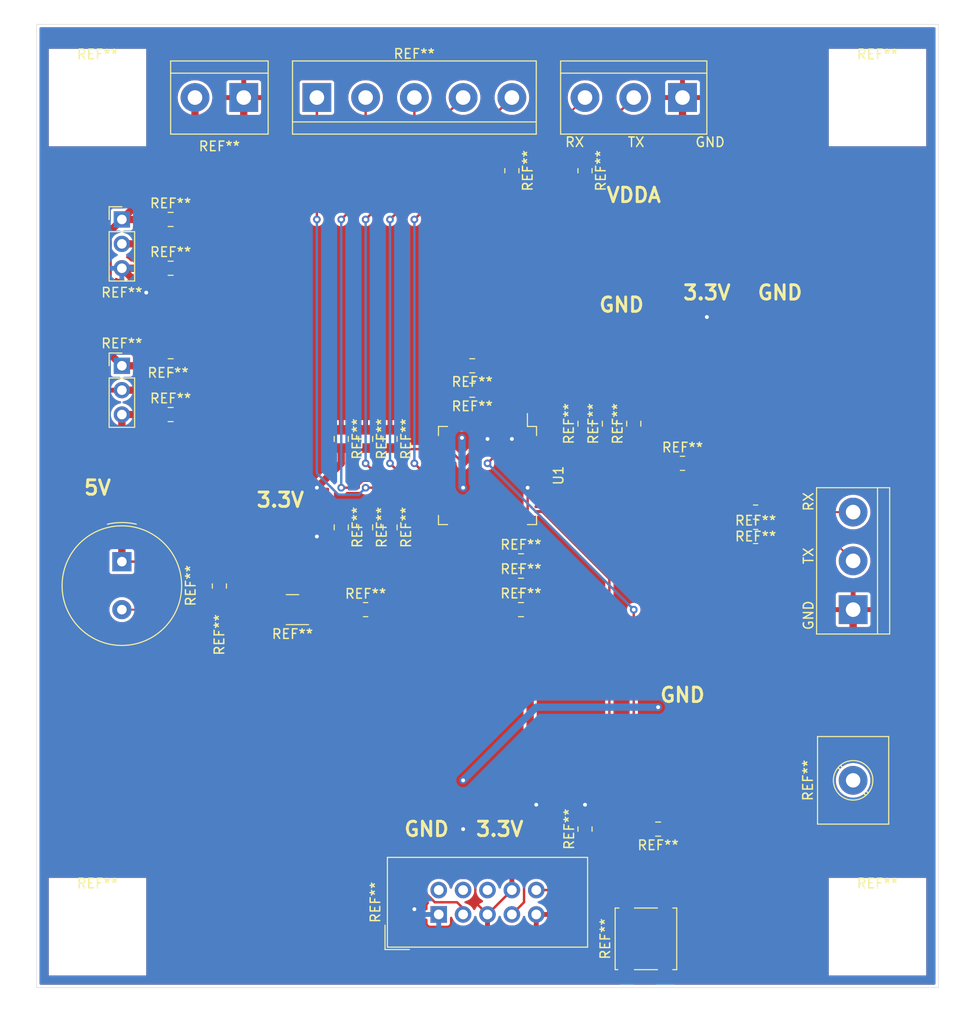
<source format=kicad_pcb>
(kicad_pcb (version 20211014) (generator pcbnew)
  (layers (0 "F.Cu" signal) (31 "B.Cu" signal) (34 "B.Paste" user) (35 "F.Paste" user) (36 "B.SilkS" user "B.Silkscreen") (37 "F.SilkS" user "F.Silkscreen") (38 "B.Mask" user) (39 "F.Mask" user) (44 "Edge.Cuts" user))
  (net 0 "")
  (net 1 "GND")
  (net 2 "unconnected-(Q1-Pad2)")
  (net 3 "VDD")
  (net 9 "NRST")
  (net 14 "VDDA")
  (net 20 "unconnected-(U1-Pad23)")
  (net 21 "unconnected-(U1-Pad24)")
  (net 22 "unconnected-(U1-Pad25)")
  (net 23 "unconnected-(U1-Pad26)")
  (net 24 "unconnected-(U1-Pad27)")
  (net 36 "Buzzer Module")
  (net 41 "SWDIO")
  (net 42 "SWCLK")
  (net 51 "unconnected-(U1-Pad60)")
  (net 54 "+7.5V")
  (net 55 "5V")
  (footprint "Connector_IDC:IDC-Header_2x05_P2.54mm_Vertical" (layer "F.Cu") (at 170.18 146.05 90)
    (fp_text reference "REF**")
    (fp_text value "Programming Header")
  )
  (footprint "TerminalBlock_MetzConnect:TerminalBlock_MetzConnect_360271_1x01_Horizontal_ScrewM3.0_Boxed" (layer "F.Cu") (at 213.36 132.08 90)
    (fp_text reference "REF**")
    (fp_text value "Servo UART (Extra)")
  )
  (footprint "Button_Switch_SMD:SW_Push_1P1T_NO_CK_KSC6xxJ" (layer "F.Cu") (at 191.77 148.59 -90)
    (fp_text reference "REF**")
    (fp_text value "Switch")
  )
  (footprint "MountingHole:MountingHole_3.5mm" (layer "F.Cu") (at 134.62 60.96)
    (fp_text reference "REF**")
    (fp_text value "MountingHole_3.5mm")
  )
  (footprint "Capacitor_SMD:C_0805_2012Metric" (layer "F.Cu") (at 142.24 93.98)
    (fp_text reference "REF**")
    (fp_text value "10nF")
  )
  (footprint "Capacitor_SMD:C_0805_2012Metric" (layer "F.Cu") (at 162.56 96.52 -90)
    (fp_text reference "REF**")
    (fp_text value "100nF")
  )
  (footprint "Connector_PinHeader_2.54mm:PinHeader_1x03_P2.54mm_Vertical" (layer "F.Cu") (at 137.16 73.66)
    (fp_text reference "REF**")
    (fp_text value "VDD Header")
  )
  (footprint "Package_QFP:LQFP-64_10x10mm_P0.5mm" (layer "F.Cu") (at 175.26 100.33 -90)
    (fp_text reference "U1")
    (fp_text value "STM32F091RCTx")
  )
  (footprint "Resistor_SMD:R_0805_2012Metric" (layer "F.Cu") (at 162.56 114.3)
    (fp_text reference "REF**")
    (fp_text value "R2 (47k)")
  )
  (footprint "Package_TO_SOT_SMD:SOT-23" (layer "F.Cu") (at 154.94 114.3 180)
    (fp_text reference "REF**")
    (fp_text value "SOT-23")
  )
  (footprint "Buzzer_Beeper:Buzzer_TDK_PS1240P02BT_D12.2mm_H6.5mm" (layer "F.Cu") (at 137.16 109.3 -90)
    (fp_text reference "REF**")
    (fp_text value "Buzzer")
  )
  (footprint "Capacitor_SMD:C_0805_2012Metric" (layer "F.Cu") (at 160.02 105.73 -90)
    (fp_text reference "REF**")
    (fp_text value "4.7uF")
  )
  (footprint "Capacitor_SMD:C_0805_2012Metric" (layer "F.Cu") (at 173.67 91.44 180)
    (fp_text reference "REF**")
    (fp_text value "10nF")
  )
  (footprint "TerminalBlock:TerminalBlock_bornier-5_P5.08mm" (layer "F.Cu") (at 157.48 60.96)
    (fp_text reference "REF**")
    (fp_text value "GPIO 5-1")
  )
  (footprint "TerminalBlock:TerminalBlock_bornier-2_P5.08mm" (layer "F.Cu") (at 149.86 60.96 180)
    (fp_text reference "REF**")
    (fp_text value "7.5V GND")
  )
  (footprint "Capacitor_SMD:C_0805_2012Metric" (layer "F.Cu") (at 190.5 94.93 90)
    (fp_text reference "REF**")
    (fp_text value "4.7uF")
  )
  (footprint "Capacitor_SMD:C_0805_2012Metric" (layer "F.Cu") (at 178.75 114.3)
    (fp_text reference "REF**")
    (fp_text value "4.7uF")
  )
  (footprint "MountingHole:MountingHole_3.5mm" (layer "F.Cu") (at 215.9 60.96)
    (fp_text reference "REF**")
    (fp_text value "MountingHole_3.5mm")
  )
  (footprint "MountingHole:MountingHole_3.5mm" (layer "F.Cu") (at 134.62 147.32)
    (fp_text reference "REF**")
    (fp_text value "MountingHole_3.5mm")
  )
  (footprint "Capacitor_SMD:C_0805_2012Metric" (layer "F.Cu") (at 165.1 96.52 -90)
    (fp_text reference "REF**")
    (fp_text value "100nF")
  )
  (footprint "Resistor_SMD:R_0805_2012Metric" (layer "F.Cu") (at 195.58 99.06)
    (fp_text reference "REF**")
    (fp_text value "R7 (10k)")
  )
  (footprint "Resistor_SMD:R_0805_2012Metric" (layer "F.Cu") (at 185.42 137.16 90)
    (fp_text reference "REF**")
    (fp_text value "R8 (10k)")
  )
  (footprint "Capacitor_SMD:C_0805_2012Metric" (layer "F.Cu") (at 193.04 137.16 180)
    (fp_text reference "REF**")
    (fp_text value "100nF")
  )
  (footprint "Capacitor_SMD:C_0805_2012Metric" (layer "F.Cu") (at 162.56 105.73 -90)
    (fp_text reference "REF**")
    (fp_text value "100nF")
  )
  (footprint "Resistor_SMD:R_0805_2012Metric" (layer "F.Cu") (at 203.2 106.68)
    (fp_text reference "REF**")
    (fp_text value "R4 (25)")
  )
  (footprint "Capacitor_SMD:C_0805_2012Metric" (layer "F.Cu") (at 173.67 88.9 180)
    (fp_text reference "REF**")
    (fp_text value "1uF")
  )
  (footprint "Resistor_SMD:R_0805_2012Metric" (layer "F.Cu") (at 203.2 104.14)
    (fp_text reference "REF**")
    (fp_text value "R3 (25)")
  )
  (footprint "MountingHole:MountingHole_3.5mm" (layer "F.Cu") (at 215.9 147.32)
    (fp_text reference "REF**")
    (fp_text value "MountingHole_3.5mm")
  )
  (footprint "Capacitor_SMD:C_0805_2012Metric" (layer "F.Cu") (at 165.1 105.73 -90)
    (fp_text reference "REF**")
    (fp_text value "100nF")
  )
  (footprint "Capacitor_SMD:C_0805_2012Metric" (layer "F.Cu") (at 142.24 73.66)
    (fp_text reference "REF**")
    (fp_text value "10nF")
  )
  (footprint "Capacitor_SMD:C_0805_2012Metric" (layer "F.Cu") (at 160.02 96.52 -90)
    (fp_text reference "REF**")
    (fp_text value "4.7uF")
  )
  (footprint "TerminalBlock:TerminalBlock_bornier-3_P5.08mm" (layer "F.Cu") (at 195.58 60.96 180)
    (fp_text reference "   RX      TX       GND")
    (fp_text value "PI UART")
  )
  (footprint "Capacitor_SMD:C_0805_2012Metric" (layer "F.Cu") (at 178.75 109.22)
    (fp_text reference "REF**")
    (fp_text value "100nF")
  )
  (footprint "Resistor_SMD:R_0805_2012Metric" (layer "F.Cu") (at 177.8 68.58 -90)
    (fp_text reference "REF**")
    (fp_text value "R5 (25)")
  )
  (footprint "Capacitor_SMD:C_0805_2012Metric" (layer "F.Cu") (at 142.24 88.9)
    (fp_text reference "REF**")
    (fp_text value "10nF")
  )
  (footprint "Resistor_SMD:R_0805_2012Metric" (layer "F.Cu") (at 147.32 111.84 -90)
    (fp_text reference "REF**")
    (fp_text value "R1 (1k)")
  )
  (footprint "TerminalBlock:TerminalBlock_bornier-3_P5.08mm" (layer "F.Cu") (at 213.36 114.3 90)
    (fp_text reference "GND     TX     RX")
    (fp_text value "Servo UART")
  )
  (footprint "Capacitor_SMD:C_0805_2012Metric" (layer "F.Cu") (at 142.24 78.74)
    (fp_text reference "REF**")
    (fp_text value "10nF")
  )
  (footprint "Capacitor_SMD:C_0805_2012Metric" (layer "F.Cu") (at 187.96 94.93 90)
    (fp_text reference "REF**")
    (fp_text value "100nF")
  )
  (footprint "Resistor_SMD:R_0805_2012Metric" (layer "F.Cu") (at 185.42 68.58 -90)
    (fp_text reference "REF**")
    (fp_text value "R6 (25)")
  )
  (footprint "Capacitor_SMD:C_0805_2012Metric" (layer "F.Cu") (at 178.75 111.76)
    (fp_text reference "REF**")
    (fp_text value "100nF")
  )
  (footprint "Connector_PinHeader_2.54mm:PinHeader_1x03_P2.54mm_Vertical" (layer "F.Cu") (at 137.16 88.9)
    (fp_text reference "REF**")
    (fp_text value "5V Header")
  )
  (footprint "Capacitor_SMD:C_0805_2012Metric" (layer "F.Cu") (at 185.42 94.93 90)
    (fp_text reference "REF**")
    (fp_text value "100nF")
  )
  (gr_line (start 128.27 153.67) (end 128.27 53.34) (layer "Edge.Cuts") (width 0.05))
  (gr_line (start 222.25 153.67) (end 128.27 153.67) (layer "Edge.Cuts") (width 0.05))
  (gr_line (start 128.27 53.34) (end 222.25 53.34) (layer "Edge.Cuts") (width 0.05))
  (gr_line (start 222.25 53.34) (end 222.25 153.67) (layer "Edge.Cuts") (width 0.05))
  (gr_text "3.3V" (at 153.67 102.87) (layer "F.SilkS") (effects (font (size 1.5 1.5) (thickness 0.3))))
  (gr_text "3.3V" (at 176.53 137.16) (layer "F.SilkS") (effects (font (size 1.5 1.5) (thickness 0.3))))
  (gr_text "GND" (at 195.58 123.19) (layer "F.SilkS") (effects (font (size 1.5 1.5) (thickness 0.3))))
  (gr_text "GND" (at 189.23 82.55) (layer "F.SilkS") (effects (font (size 1.5 1.5) (thickness 0.3))))
  (gr_text "3.3V" (at 198.12 81.28) (layer "F.SilkS") (effects (font (size 1.5 1.5) (thickness 0.3))))
  (gr_text "GND" (at 205.74 81.28) (layer "F.SilkS") (effects (font (size 1.5 1.5) (thickness 0.3))))
  (gr_text "VDDA" (at 190.5 71.12) (layer "F.SilkS") (effects (font (size 1.5 1.5) (thickness 0.3))))
  (gr_text "5V" (at 134.62 101.6) (layer "F.SilkS") (effects (font (size 1.5 1.5) (thickness 0.3))))
  (gr_text "GND" (at 168.91 137.16) (layer "F.SilkS") (effects (font (size 1.5 1.5) (thickness 0.3))))
  (segment (start 171.51 94.655) (end 170.18 93.325) (width 0.2) (layer "F.Cu") (net 0))
  (segment (start 191.98 103.08) (end 180.935 103.08) (width 0.2) (layer "F.Cu") (net 0))
  (segment (start 190.5 60.96) (end 185.42 66.04) (width 0.25) (layer "F.Cu") (net 0))
  (segment (start 177.8 69.4925) (end 177.8 71.12) (width 0.2) (layer "F.Cu") (net 0))
  (segment (start 170.18 83.82) (end 184.5075 69.4925) (width 0.25) (layer "F.Cu") (net 0))
  (segment (start 213.36 104.14) (end 204.1125 104.14) (width 0.2) (layer "F.Cu") (net 0))
  (segment (start 169.585 96.58) (end 169.585 79.335) (width 0.2) (layer "F.Cu") (net 0))
  (segment (start 177.8 67.6675) (end 178.7125 67.6675) (width 0.2) (layer "F.Cu") (net 0))
  (segment (start 202.2875 104.14) (end 194.89 104.14) (width 0.2) (layer "F.Cu") (net 0))
  (segment (start 145.7725 114.3) (end 137.16 114.3) (width 0.2) (layer "F.Cu") (net 0))
  (segment (start 193.33 102.58) (end 180.935 102.58) (width 0.2) (layer "F.Cu") (net 0))
  (segment (start 177.8 71.12) (end 169.585 79.335) (width 0.2) (layer "F.Cu") (net 0))
  (segment (start 194.89 104.14) (end 193.33 102.58) (width 0.2) (layer "F.Cu") (net 0))
  (segment (start 185.42 66.04) (end 185.42 67.6675) (width 0.25) (layer "F.Cu") (net 0))
  (segment (start 210.82 106.68) (end 204.1125 106.68) (width 0.25) (layer "F.Cu") (net 0))
  (segment (start 184.5075 69.4925) (end 185.42 69.4925) (width 0.25) (layer "F.Cu") (net 0))
  (segment (start 154.0025 114.3) (end 148.8675 114.3) (width 0.2) (layer "F.Cu") (net 0))
  (segment (start 148.8675 114.3) (end 147.32 112.7525) (width 0.2) (layer "F.Cu") (net 0))
  (segment (start 195.58 106.68) (end 191.98 103.08) (width 0.2) (layer "F.Cu") (net 0))
  (segment (start 202.2875 106.68) (end 195.58 106.68) (width 0.2) (layer "F.Cu") (net 0))
  (segment (start 213.36 109.22) (end 210.82 106.68) (width 0.2) (layer "F.Cu") (net 0))
  (segment (start 170.18 93.325) (end 170.18 83.82) (width 0.2) (layer "F.Cu") (net 0))
  (segment (start 178.7125 67.6675) (end 185.42 60.96) (width 0.2) (layer "F.Cu") (net 0))
  (segment (start 147.32 112.7525) (end 145.7725 114.3) (width 0.2) (layer "F.Cu") (net 0))
  (segment (start 193.77 145.69) (end 193.77 137.38) (width 0.25) (layer "F.Cu") (net 1))
  (segment (start 185.42 95.88) (end 183.52 95.88) (width 0.762) (layer "F.Cu") (net 1))
  (segment (start 193.77 151.49) (end 193.77 145.69) (width 0.25) (layer "F.Cu") (net 1))
  (segment (start 187.96 95.88) (end 185.42 95.88) (width 0.762) (layer "F.Cu") (net 1))
  (segment (start 143.19 73.66) (end 146.05 73.66) (width 0.762) (layer "F.Cu") (net 1))
  (segment (start 193.04 124.46) (end 194.31 124.46) (width 0.762) (layer "F.Cu") (net 1))
  (segment (start 154.94 112.4125) (end 155.8775 113.35) (width 0.762) (layer "F.Cu") (net 1))
  (segment (start 202.88 92.6725) (end 202.88 88.58) (width 0.762) (layer "F.Cu") (net 1))
  (segment (start 177.8 114.3) (end 177.8 119.38) (width 0.762) (layer "F.Cu") (net 1))
  (segment (start 149.86 72.39) (end 149.86 60.96) (width 0.762) (layer "F.Cu") (net 1))
  (segment (start 177.8 109.22) (end 177.8 114.3) (width 0.762) (layer "F.Cu") (net 1))
  (segment (start 202.88 88.58) (end 205.74 85.72) (width 0.762) (layer "F.Cu") (net 1))
  (segment (start 173.51 92.55) (end 173.51 94.655) (width 0.2) (layer "F.Cu") (net 1))
  (segment (start 172.130526 96.87448) (end 171.925006 96.87448) (width 0.762) (layer "F.Cu") (net 1))
  (segment (start 193.99 127.32) (end 195.58 125.73) (width 0.762) (layer "F.Cu") (net 1))
  (segment (start 172.72 101.6) (end 175.26 104.14) (width 0.762) (layer "F.Cu") (net 1))
  (segment (start 195.58 73.66) (end 195.58 60.96) (width 0.762) (layer "F.Cu") (net 1))
  (segment (start 168.2 97.08) (end 167.64 96.52) (width 0.25) (layer "F.Cu") (net 1))
  (segment (start 175.26 146.05) (end 173.99 144.78) (width 0.25) (layer "F.Cu") (net 1))
  (segment (start 172.602503 96.402503) (end 172.130526 96.87448) (width 0.762) (layer "F.Cu") (net 1))
  (segment (start 175.26 146.05) (end 175.26 147.32) (width 0.25) (layer "F.Cu") (net 1))
  (segment (start 151.13 73.66) (end 149.86 72.39) (width 0.762) (layer "F.Cu") (net 1))
  (segment (start 182.88 96.52) (end 182.32 97.08) (width 0.25) (layer "F.Cu") (net 1))
  (segment (start 178.51 106.005) (end 178.51 108.51) (width 0.25) (layer "F.Cu") (net 1))
  (segment (start 182.32 97.08) (end 180.935 97.08) (width 0.25) (layer "F.Cu") (net 1))
  (segment (start 204.47 125.73) (end 195.58 125.73) (width 0.762) (layer "F.Cu") (net 1))
  (segment (start 168.91 128.27) (end 168.91 133.35) (width 0.762) (layer "F.Cu") (net 1))
  (segment (start 146.05 78.74) (end 148.59 76.2) (width 0.762) (layer "F.Cu") (net 1))
  (segment (start 143.19 78.74) (end 146.05 78.74) (width 0.762) (layer "F.Cu") (net 1))
  (segment (start 177.8 143.51) (end 175.26 146.05) (width 0.25) (layer "F.Cu") (net 1))
  (segment (start 196.4925 99.06) (end 202.88 92.6725) (width 0.762) (layer "F.Cu") (net 1))
  (segment (start 147.32 93.98) (end 149.86 91.44) (width 0.762) (layer "F.Cu") (net 1))
  (segment (start 195.58 95.88) (end 202.88 88.58) (width 0.762) (layer "F.Cu") (net 1))
  (segment (start 183.52 95.88) (end 182.88 96.52) (width 0.762) (layer "F.Cu") (net 1))
  (segment (start 180.935 97.08) (end 180.094994 97.08) (width 0.25) (layer "F.Cu") (net 1))
  (segment (start 165.1 104.78) (end 160.02 104.78) (width 0.762) (layer "F.Cu") (net 1))
  (segment (start 168.91 133.35) (end 171.45 133.35) (width 0.762) (layer "F.Cu") (net 1))
  (segment (start 193.77 137.38) (end 193.99 137.16) (width 0.25) (layer "F.Cu") (net 1))
  (segment (start 174.62 88.9) (end 184.78 78.74) (width 0.762) (layer "F.Cu") (net 1))
  (segment (start 194.31 124.46) (end 195.58 125.73) (width 0.762) (layer "F.Cu") (net 1))
  (segment (start 169.585 103.58) (end 167.64 103.58) (width 0.25) (layer "F.Cu") (net 1))
  (segment (start 177.8 99.374994) (end 179.227497 97.947497) (width 0.762) (layer "F.Cu") (net 1))
  (segment (start 143.19 88.9) (end 147.32 88.9) (width 0.762) (layer "F.Cu") (net 1))
  (segment (start 154.94 104.78) (end 154.94 112.4125) (width 0.762) (layer "F.Cu") (net 1))
  (segment (start 151.13 100.97) (end 151.13 95.25) (width 0.762) (layer "F.Cu") (net 1))
  (segment (start 213.36 114.3) (end 213.36 116.84) (width 0.762) (layer "F.Cu") (net 1))
  (segment (start 171.45 133.35) (end 172.72 132.08) (width 0.762) (layer "F.Cu") (net 1))
  (segment (start 178.524511 105.990489) (end 178.51 106.005) (width 0.25) (layer "F.Cu") (net 1))
  (segment (start 151.45 95.57) (end 151.13 95.25) (width 0.762) (layer "F.Cu") (net 1))
  (segment (start 171.45 142.24) (end 171.45 135.89) (width 0.762) (layer "F.Cu") (net 1))
  (segment (start 180.094994 97.08) (end 179.227497 97.947497) (width 0.25) (layer "F.Cu") (net 1))
  (segment (start 173.51 94.655) (end 173.51 95.495006) (width 0.25) (layer "F.Cu") (net 1))
  (segment (start 173.99 144.78) (end 173.99 142.24) (width 0.25) (layer "F.Cu") (net 1))
  (segment (start 177.8 104.14) (end 177.8 99.374994) (width 0.762) (layer "F.Cu") (net 1))
  (segment (start 148.59 76.2) (end 151.13 73.66) (width 0.762) (layer "F.Cu") (net 1))
  (segment (start 154.94 95.57) (end 151.45 95.57) (width 0.762) (layer "F.Cu") (net 1))
  (segment (start 184.78 78.74) (end 190.5 78.74) (width 0.762) (layer "F.Cu") (net 1))
  (segment (start 174.62 91.44) (end 173.51 92.55) (width 0.2) (layer "F.Cu") (net 1))
  (segment (start 178.524511 104.864511) (end 178.524511 105.990489) (width 0.25) (layer "F.Cu") (net 1))
  (segment (start 171.45 135.89) (end 168.91 133.35) (width 0.762) (layer "F.Cu") (net 1))
  (segment (start 175.26 104.14) (end 177.8 104.14) (width 0.762) (layer "F.Cu") (net 1))
  (segment (start 137.16 76.2) (end 148.59 76.2) (width 0.762) (layer "F.Cu") (net 1))
  (segment (start 174.62 91.44) (end 174.62 88.9) (width 0.762) (layer "F.Cu") (net 1))
  (segment (start 193.99 137.16) (end 193.99 127.32) (width 0.762) (layer "F.Cu") (net 1))
  (segment (start 166.3 103.58) (end 165.1 104.78) (width 0.762) (layer "F.Cu") (net 1))
  (segment (start 173.99 142.24) (end 171.45 142.24) (width 0.25) (layer "F.Cu") (net 1))
  (segment (start 137.16 91.44) (end 149.86 91.44) (width 0.762) (layer "F.Cu") (net 1))
  (segment (start 178.51 108.51) (end 177.8 109.22) (width 0.25) (layer "F.Cu") (net 1))
  (segment (start 166.69 95.57) (end 167.64 96.52) (width 0.762) (layer "F.Cu") (net 1))
  (segment (start 177.8 104.14) (end 178.524511 104.864511) (width 0.25) (layer "F.Cu") (net 1))
  (segment (start 151.13 87.63) (end 151.13 73.66) (width 0.762) (layer "F.Cu") (net 1))
  (segment (start 169.585 97.08) (end 168.2 97.08) (width 0.25) (layer "F.Cu") (net 1))
  (segment (start 167.64 103.58) (end 166.3 103.58) (width 0.762) (layer "F.Cu") (net 1))
  (segment (start 154.94 104.78) (end 151.13 100.97) (width 0.762) (layer "F.Cu") (net 1))
  (segment (start 151.13 95.25) (end 151.13 90.17) (width 0.762) (layer "F.Cu") (net 1))
  (segment (start 160.02 95.57) (end 154.94 95.57) (width 0.762) (layer "F.Cu") (net 1))
  (segment (start 190.5 95.88) (end 187.96 95.88) (width 0.762) (layer "F.Cu") (net 1))
  (segment (start 213.36 116.84) (end 204.47 125.73) (width 0.762) (layer "F.Cu") (net 1))
  (segment (start 180.34 147.32) (end 180.34 146.05) (width 0.25) (layer "F.Cu") (net 1))
  (segment (start 160.02 104.78) (end 154.94 104.78) (width 0.762) (layer "F.Cu") (net 1))
  (segment (start 165.1 95.57) (end 160.02 95.57) (width 0.762) (layer "F.Cu") (net 1))
  (segment (start 149.86 91.44) (end 151.13 90.17) (width 0.762) (layer "F.Cu") (net 1))
  (segment (start 190.5 78.74) (end 195.58 73.66) (width 0.762) (layer "F.Cu") (net 1))
  (segment (start 165.1 95.57) (end 166.69 95.57) (width 0.762) (layer "F.Cu") (net 1))
  (segment (start 143.19 93.98) (end 147.32 93.98) (width 0.762) (layer "F.Cu") (net 1))
  (segment (start 205.74 85.72) (end 205.74 83.82) (width 0.762) (layer "F.Cu") (net 1))
  (segment (start 190.5 95.88) (end 195.58 95.88) (width 0.762) (layer "F.Cu") (net 1))
  (segment (start 146.05 73.66) (end 148.59 76.2) (width 0.762) (layer "F.Cu") (net 1))
  (segment (start 173.51 95.495006) (end 172.602503 96.402503) (width 0.25) (layer "F.Cu") (net 1))
  (segment (start 171.925006 97.08) (end 169.585 97.08) (width 0.25) (layer "F.Cu") (net 1))
  (segment (start 147.32 88.9) (end 149.86 91.44) (width 0.762) (layer "F.Cu") (net 1))
  (segment (start 175.26 147.32) (end 180.34 147.32) (width 0.25) (layer "F.Cu") (net 1))
  (segment (start 177.8 119.38) (end 168.91 128.27) (width 0.762) (layer "F.Cu") (net 1))
  (segment (start 151.13 90.17) (end 151.13 87.63) (width 0.762) (layer "F.Cu") (net 1))
  (via (at 193.04 124.46) (size 0.8) (drill 0.4) (layers "F.Cu" "B.Cu") (net 1))
  (via (at 172.72 132.08) (size 0.8) (drill 0.4) (layers "F.Cu" "B.Cu") (net 1))
  (via (at 172.602503 96.402503) (size 0.8) (drill 0.4) (layers "F.Cu" "B.Cu") (net 1))
  (via (at 172.72 101.6) (size 0.8) (drill 0.4) (layers "F.Cu" "B.Cu") (net 1))
  (segment (start 172.602503 101.482503) (end 172.72 101.6) (width 0.762) (layer "B.Cu") (net 1))
  (segment (start 172.602503 96.402503) (end 172.602503 101.482503) (width 0.762) (layer "B.Cu") (net 1))
  (segment (start 172.72 132.08) (end 180.34 124.46) (width 0.762) (layer "B.Cu") (net 1))
  (segment (start 180.34 124.46) (end 193.04 124.46) (width 0.762) (layer "B.Cu") (net 1))
  (segment (start 155.8775 115.25) (end 156.8275 114.3) (width 0.25) (layer "F.Cu") (net 2))
  (segment (start 156.8275 114.3) (end 161.6475 114.3) (width 0.25) (layer "F.Cu") (net 2))
  (segment (start 179.01 108.53) (end 179.7 109.22) (width 0.25) (layer "F.Cu") (net 3))
  (segment (start 179.01 105.614034) (end 179.444295 105.179739) (width 0.25) (layer "F.Cu") (net 3))
  (segment (start 160.02 99.06) (end 157.48 101.6) (width 0.762) (layer "F.Cu") (net 3))
  (segment (start 170.18 146.05) (end 168.1855 146.05) (width 0.25) (layer "F.Cu") (net 3))
  (segment (start 185.42 136.2475) (end 185.42 134.62) (width 0.25) (layer "F.Cu") (net 3))
  (segment (start 187.96 93.98) (end 190.5 93.98) (width 0.762) (layer "F.Cu") (net 3))
  (segment (start 179.7 114.3) (end 179.7 130.18) (width 0.762) (layer "F.Cu") (net 3))
  (segment (start 172.72 99.06) (end 175.26 96.52) (width 0.762) (layer "F.Cu") (net 3))
  (segment (start 160.02 97.47) (end 160.02 99.06) (width 0.762) (layer "F.Cu") (net 3))
  (segment (start 177.8 134.62) (end 176.53 133.35) (width 0.25) (layer "F.Cu") (net 3))
  (segment (start 179.7 130.18) (end 176.53 133.35) (width 0.762) (layer "F.Cu") (net 3))
  (segment (start 168.1855 146.05) (end 167.64 145.5045) (width 0.25) (layer "F.Cu") (net 3))
  (segment (start 162.56 97.47) (end 160.02 97.47) (width 0.762) (layer "F.Cu") (net 3))
  (segment (start 190.5 93.98) (end 195.58 93.98) (width 0.762) (layer "F.Cu") (net 3))
  (segment (start 185.42 93.98) (end 187.96 93.98) (width 0.762) (layer "F.Cu") (net 3))
  (segment (start 180.935 96.58) (end 182.88 94.635) (width 0.25) (layer "F.Cu") (net 3))
  (segment (start 180.935 96.58) (end 179.01 94.655) (width 0.25) (layer "F.Cu") (net 3))
  (segment (start 180.935 96.58) (end 177.86 96.58) (width 0.25) (layer "F.Cu") (net 3))
  (segment (start 172.72 99.06) (end 171.24 97.58) (width 0.25) (layer "F.Cu") (net 3))
  (segment (start 185.42 93.98) (end 183.535 93.98) (width 0.762) (layer "F.Cu") (net 3))
  (segment (start 166.985 106.68) (end 165.1 106.68) (width 0.762) (layer "F.Cu") (net 3))
  (segment (start 180.34 134.62) (end 177.8 134.62) (width 0.25) (layer "F.Cu") (net 3))
  (segment (start 179.444295 105.179739) (end 179.444295 101.6) (width 0.25) (layer "F.Cu") (net 3))
  (segment (start 166.58 97.58) (end 166.47 97.47) (width 0.762) (layer "F.Cu") (net 3))
  (segment (start 195.58 93.98) (end 198.12 91.44) (width 0.762) (layer "F.Cu") (net 3))
  (segment (start 171.24 97.58) (end 169.585 97.58) (width 0.25) (layer "F.Cu") (net 3))
  (segment (start 198.12 91.44) (end 198.12 83.82) (width 0.762) (layer "F.Cu") (net 3))
  (segment (start 169.585 104.08) (end 168.5825 105.0825) (width 0.25) (layer "F.Cu") (net 3))
  (segment (start 139.7 81.28) (end 137.16 78.74) (width 0.762) (layer "F.Cu") (net 3))
  (segment (start 166.47 97.47) (end 165.1 97.47) (width 0.762) (layer "F.Cu") (net 3))
  (segment (start 165.1 97.47) (end 162.56 97.47) (width 0.762) (layer "F.Cu") (net 3))
  (segment (start 137.16 78.74) (end 141.29 78.74) (width 0.762) (layer "F.Cu") (net 3))
  (segment (start 160.02 106.68) (end 157.48 106.68) (width 0.762) (layer "F.Cu") (net 3))
  (segment (start 183.535 93.98) (end 182.88 94.635) (width 0.762) (layer "F.Cu") (net 3))
  (segment (start 179.01 106.005) (end 179.01 108.53) (width 0.25) (layer "F.Cu") (net 3))
  (segment (start 179.7 109.22) (end 179.7 114.3) (width 0.762) (layer "F.Cu") (net 3))
  (segment (start 177.86 96.58) (end 177.8 96.52) (width 0.25) (layer "F.Cu") (net 3))
  (segment (start 168.5825 105.0825) (end 166.985 106.68) (width 0.762) (layer "F.Cu") (net 3))
  (segment (start 165.1 106.68) (end 160.02 106.68) (width 0.762) (layer "F.Cu") (net 3))
  (segment (start 176.53 133.35) (end 172.72 137.16) (width 0.762) (layer "F.Cu") (net 3))
  (segment (start 179.01 106.005) (end 179.01 105.614034) (width 0.25) (layer "F.Cu") (net 3))
  (segment (start 169.585 97.58) (end 166.58 97.58) (width 0.25) (layer "F.Cu") (net 3))
  (via (at 139.7 81.28) (size 0.8) (drill 0.4) (layers "F.Cu" "B.Cu") (net 3))
  (via (at 157.48 106.68) (size 0.8) (drill 0.4) (layers "F.Cu" "B.Cu") (net 3))
  (via (at 175.26 96.52) (size 0.8) (drill 0.4) (layers "F.Cu" "B.Cu") (net 3))
  (via (at 177.8 96.52) (size 0.8) (drill 0.4) (layers "F.Cu" "B.Cu") (net 3))
  (via (at 167.64 145.5045) (size 0.8) (drill 0.4) (layers "F.Cu" "B.Cu") (net 3))
  (via (at 185.42 134.62) (size 0.8) (drill 0.4) (layers "F.Cu" "B.Cu") (net 3))
  (via (at 179.444295 101.6) (size 0.8) (drill 0.4) (layers "F.Cu" "B.Cu") (net 3))
  (via (at 180.34 134.62) (size 0.8) (drill 0.4) (layers "F.Cu" "B.Cu") (net 3))
  (via (at 172.72 137.16) (size 0.8) (drill 0.4) (layers "F.Cu" "B.Cu") (net 3))
  (via (at 198.12 83.82) (size 0.8) (drill 0.4) (layers "F.Cu" "B.Cu") (net 3))
  (via (at 157.48 101.6) (size 0.8) (drill 0.4) (layers "F.Cu" "B.Cu") (net 3))
  (segment (start 175.26 96.52) (end 177.8 96.52) (width 0.762) (layer "B.Cu") (net 3))
  (segment (start 179.444295 98.164295) (end 177.8 96.52) (width 0.762) (layer "B.Cu") (net 3))
  (segment (start 174.279489 97.500511) (end 174.279489 101.427164) (width 0.762) (layer "B.Cu") (net 3))
  (segment (start 169.026653 106.68) (end 157.48 106.68) (width 0.762) (layer "B.Cu") (net 3))
  (segment (start 185.42 134.62) (end 180.34 134.62) (width 0.25) (layer "B.Cu") (net 3))
  (segment (start 175.26 96.52) (end 174.279489 97.500511) (width 0.762) (layer "B.Cu") (net 3))
  (segment (start 174.279489 101.427164) (end 169.026653 106.68) (width 0.762) (layer "B.Cu") (net 3))
  (segment (start 190.5 83.82) (end 198.12 83.82) (width 0.762) (layer "B.Cu") (net 3))
  (segment (start 157.48 106.68) (end 157.48 101.6) (width 0.762) (layer "B.Cu") (net 3))
  (segment (start 167.64 142.24) (end 172.72 137.16) (width 0.762) (layer "B.Cu") (net 3))
  (segment (start 167.64 145.5045) (end 167.64 142.24) (width 0.762) (layer "B.Cu") (net 3))
  (segment (start 179.444295 101.6) (end 179.444295 98.164295) (width 0.762) (layer "B.Cu") (net 3))
  (segment (start 139.7 81.28) (end 147.32 88.9) (width 0.762) (layer "B.Cu") (net 3))
  (segment (start 147.32 88.9) (end 147.32 91.44) (width 0.762) (layer "B.Cu") (net 3))
  (segment (start 147.32 91.44) (end 157.48 101.6) (width 0.762) (layer "B.Cu") (net 3))
  (segment (start 177.8 96.52) (end 190.5 83.82) (width 0.762) (layer "B.Cu") (net 3))
  (segment (start 190.5 135.57) (end 192.09 137.16) (width 0.25) (layer "F.Cu") (net 9))
  (segment (start 189.77 144.04) (end 189.77 145.69) (width 0.25) (layer "F.Cu") (net 9))
  (segment (start 189.77 151.49) (end 189.77 145.69) (width 0.25) (layer "F.Cu") (net 9))
  (segment (start 185.42 138.0725) (end 185.42 142.24) (width 0.25) (layer "F.Cu") (net 9))
  (segment (start 189.24 143.51) (end 189.77 144.04) (width 0.25) (layer "F.Cu") (net 9))
  (segment (start 190.5 135.57) (end 190.5 114.3) (width 0.25) (layer "F.Cu") (net 9))
  (segment (start 189.77 145.69) (end 189.77 139.48) (width 0.25) (layer "F.Cu") (net 9))
  (segment (start 186.69 143.51) (end 189.24 143.51) (width 0.25) (layer "F.Cu") (net 9))
  (segment (start 189.77 139.48) (end 192.09 137.16) (width 0.25) (layer "F.Cu") (net 9))
  (segment (start 180.34 143.51) (end 186.69 143.51) (width 0.25) (layer "F.Cu") (net 9))
  (segment (start 176.01 98.31) (end 176.01 94.655) (width 0.25) (layer "F.Cu") (net 9))
  (segment (start 185.42 142.24) (end 186.69 143.51) (width 0.25) (layer "F.Cu") (net 9))
  (segment (start 175.26 99.06) (end 176.01 98.31) (width 0.25) (layer "F.Cu") (net 9))
  (via (at 190.5 114.3) (size 0.8) (drill 0.4) (layers "F.Cu" "B.Cu") (net 9))
  (via (at 175.26 99.06) (size 0.8) (drill 0.4) (layers "F.Cu" "B.Cu") (net 9))
  (segment (start 190.5 114.3) (end 175.26 99.06) (width 0.25) (layer "B.Cu") (net 9))
  (segment (start 173.01 91.73) (end 172.72 91.44) (width 0.25) (layer "F.Cu") (net 14))
  (segment (start 185.42 73.66) (end 187.96 73.66) (width 0.762) (layer "F.Cu") (net 14))
  (segment (start 172.72 86.36) (end 185.42 73.66) (width 0.762) (layer "F.Cu") (net 14))
  (segment (start 172.72 86.36) (end 172.72 91.44) (width 0.762) (layer "F.Cu") (net 14))
  (segment (start 173.01 94.655) (end 173.01 91.73) (width 0.25) (layer "F.Cu") (net 14))
  (segment (start 172.72 68.58) (end 172.72 66.04) (width 0.25) (layer "F.Cu") (net 20))
  (segment (start 167.64 99.06) (end 168.059511 99.479511) (width 0.25) (layer "F.Cu") (net 20))
  (segment (start 168.059511 99.479511) (end 168.16 99.58) (width 0.25) (layer "F.Cu") (net 20))
  (segment (start 168.16 99.58) (end 169.585 99.58) (width 0.25) (layer "F.Cu") (net 20))
  (segment (start 172.72 66.04) (end 177.8 60.96) (width 0.25) (layer "F.Cu") (net 20))
  (segment (start 167.64 73.66) (end 172.72 68.58) (width 0.25) (layer "F.Cu") (net 20))
  (via (at 167.64 99.06) (size 0.8) (drill 0.4) (layers "F.Cu" "B.Cu") (net 20))
  (via (at 167.64 73.66) (size 0.8) (drill 0.4) (layers "F.Cu" "B.Cu") (net 20))
  (segment (start 167.64 73.66) (end 167.64 99.06) (width 0.25) (layer "B.Cu") (net 20))
  (segment (start 167.71596 100.05452) (end 169.55952 100.05452) (width 0.25) (layer "F.Cu") (net 21))
  (segment (start 169.55952 100.05452) (end 169.585 100.08) (width 0.25) (layer "F.Cu") (net 21))
  (segment (start 165.1 99.06) (end 166.17048 100.13048) (width 0.25) (layer "F.Cu") (net 21))
  (segment (start 167.64 100.13048) (end 167.71596 100.05452) (width 0.25) (layer "F.Cu") (net 21))
  (segment (start 165.1 73.66) (end 170.18 68.58) (width 0.25) (layer "F.Cu") (net 21))
  (segment (start 170.18 63.5) (end 172.72 60.96) (width 0.25) (layer "F.Cu") (net 21))
  (segment (start 166.17048 100.13048) (end 167.64 100.13048) (width 0.25) (layer "F.Cu") (net 21))
  (segment (start 170.18 68.58) (end 170.18 63.5) (width 0.25) (layer "F.Cu") (net 21))
  (via (at 165.1 99.06) (size 0.8) (drill 0.4) (layers "F.Cu" "B.Cu") (net 21))
  (via (at 165.1 73.66) (size 0.8) (drill 0.4) (layers "F.Cu" "B.Cu") (net 21))
  (segment (start 165.1 73.66) (end 165.1 99.06) (width 0.25) (layer "B.Cu") (net 21))
  (segment (start 167.64 68.58) (end 167.64 60.96) (width 0.25) (layer "F.Cu") (net 22))
  (segment (start 162.56 99.06) (end 163.925969 100.425969) (width 0.25) (layer "F.Cu") (net 22))
  (segment (start 163.925969 100.425969) (end 165.586301 100.425969) (width 0.25) (layer "F.Cu") (net 22))
  (segment (start 162.56 73.66) (end 167.64 68.58) (width 0.25) (layer "F.Cu") (net 22))
  (segment (start 165.740332 100.58) (end 169.585 100.58) (width 0.25) (layer "F.Cu") (net 22))
  (segment (start 165.586301 100.425969) (end 165.740332 100.58) (width 0.25) (layer "F.Cu") (net 22))
  (via (at 162.56 99.06) (size 0.8) (drill 0.4) (layers "F.Cu" "B.Cu") (net 22))
  (via (at 162.56 73.66) (size 0.8) (drill 0.4) (layers "F.Cu" "B.Cu") (net 22))
  (segment (start 162.56 73.66) (end 162.56 99.06) (width 0.25) (layer "B.Cu") (net 22))
  (segment (start 160.02 101.6) (end 161.835489 101.6) (width 0.25) (layer "F.Cu") (net 23))
  (segment (start 165.604614 101.08) (end 169.585 101.08) (width 0.25) (layer "F.Cu") (net 23))
  (segment (start 160.02 73.66) (end 162.56 71.12) (width 0.25) (layer "F.Cu") (net 23))
  (segment (start 161.835489 101.299897) (end 162.259897 100.875489) (width 0.25) (layer "F.Cu") (net 23))
  (segment (start 162.56 71.12) (end 162.56 60.96) (width 0.25) (layer "F.Cu") (net 23))
  (segment (start 165.400103 100.875489) (end 165.604614 101.08) (width 0.25) (layer "F.Cu") (net 23))
  (segment (start 161.835489 101.6) (end 161.835489 101.299897) (width 0.25) (layer "F.Cu") (net 23))
  (segment (start 162.259897 100.875489) (end 165.400103 100.875489) (width 0.25) (layer "F.Cu") (net 23))
  (via (at 160.02 73.66) (size 0.8) (drill 0.4) (layers "F.Cu" "B.Cu") (net 23))
  (via (at 160.02 101.6) (size 0.8) (drill 0.4) (layers "F.Cu" "B.Cu") (net 23))
  (segment (start 160.02 73.66) (end 160.02 101.6) (width 0.25) (layer "B.Cu") (net 23))
  (segment (start 162.56 101.6) (end 169.565 101.6) (width 0.25) (layer "F.Cu") (net 24))
  (segment (start 169.565 101.6) (end 169.585 101.58) (width 0.25) (layer "F.Cu") (net 24))
  (segment (start 157.48 73.66) (end 157.48 60.96) (width 0.25) (layer "F.Cu") (net 24))
  (via (at 162.56 101.6) (size 0.8) (drill 0.4) (layers "F.Cu" "B.Cu") (net 24))
  (via (at 157.48 73.66) (size 0.8) (drill 0.4) (layers "F.Cu" "B.Cu") (net 24))
  (segment (start 157.48 100.084614) (end 159.719897 102.324511) (width 0.25) (layer "B.Cu") (net 24))
  (segment (start 157.48 73.66) (end 157.48 100.084614) (width 0.25) (layer "B.Cu") (net 24))
  (segment (start 159.719897 102.324511) (end 161.835489 102.324511) (width 0.25) (layer "B.Cu") (net 24))
  (segment (start 161.835489 102.324511) (end 162.56 101.6) (width 0.25) (layer "B.Cu") (net 24))
  (segment (start 175.51 106.005) (end 175.51 106.845006) (width 0.25) (layer "F.Cu") (net 36))
  (segment (start 168.055006 114.3) (end 163.4725 114.3) (width 0.25) (layer "F.Cu") (net 36))
  (segment (start 175.51 106.845006) (end 168.055006 114.3) (width 0.25) (layer "F.Cu") (net 36))
  (segment (start 178.01 106.845006) (end 165.1 119.755006) (width 0.25) (layer "F.Cu") (net 41))
  (segment (start 169.769756 144.78) (end 172.084283 144.78) (width 0.25) (layer "F.Cu") (net 41))
  (segment (start 172.084283 144.78) (end 172.72 145.415717) (width 0.25) (layer "F.Cu") (net 41))
  (segment (start 165.1 119.755006) (end 165.1 140.110244) (width 0.25) (layer "F.Cu") (net 41))
  (segment (start 172.72 145.415717) (end 172.72 146.05) (width 0.25) (layer "F.Cu") (net 41))
  (segment (start 178.01 106.005) (end 178.01 106.845006) (width 0.25) (layer "F.Cu") (net 41))
  (segment (start 165.1 140.110244) (end 169.769756 144.78) (width 0.25) (layer "F.Cu") (net 41))
  (segment (start 179.07 144.78) (end 179.07 138.43) (width 0.25) (layer "F.Cu") (net 42))
  (segment (start 187.96 129.54) (end 187.96 111.105) (width 0.25) (layer "F.Cu") (net 42))
  (segment (start 179.07 138.43) (end 187.96 129.54) (width 0.25) (layer "F.Cu") (net 42))
  (segment (start 187.96 111.105) (end 180.935 104.08) (width 0.25) (layer "F.Cu") (net 42))
  (segment (start 177.8 146.05) (end 179.07 144.78) (width 0.25) (layer "F.Cu") (net 42))
  (segment (start 182.88 98.55452) (end 181.40952 98.55452) (width 0.25) (layer "F.Cu") (net 51))
  (segment (start 194.6675 99.06) (end 183.38548 99.06) (width 0.762) (layer "F.Cu") (net 51))
  (segment (start 183.38548 99.06) (end 182.88 98.55452) (width 0.762) (layer "F.Cu") (net 51))
  (segment (start 137.16 73.66) (end 141.29 73.66) (width 0.762) (layer "F.Cu") (net 54))
  (segment (start 137.16 73.66) (end 135.729489 75.090511) (width 0.762) (layer "F.Cu") (net 54))
  (segment (start 144.78 66.04) (end 137.16 73.66) (width 0.762) (layer "F.Cu") (net 54))
  (segment (start 135.729489 75.090511) (end 135.729489 87.469489) (width 0.762) (layer "F.Cu") (net 54))
  (segment (start 137.16 88.9) (end 141.29 88.9) (width 0.762) (layer "F.Cu") (net 54))
  (segment (start 144.78 60.96) (end 144.78 66.04) (width 0.762) (layer "F.Cu") (net 54))
  (segment (start 135.729489 87.469489) (end 137.16 88.9) (width 0.762) (layer "F.Cu") (net 54))
  (segment (start 137.16 109.3) (end 137.16 101.6) (width 0.762) (layer "F.Cu") (net 55))
  (segment (start 137.16 93.98) (end 137.16 99.06) (width 0.762) (layer "F.Cu") (net 55))
  (segment (start 137.16 93.98) (end 141.29 93.98) (width 0.762) (layer "F.Cu") (net 55))
  (segment (start 147.32 110.9275) (end 145.6925 109.3) (width 0.25) (layer "F.Cu") (net 55))
  (segment (start 145.6925 109.3) (end 137.16 109.3) (width 0.25) (layer "F.Cu") (net 55))
  (zone (net 3) (net_name "VDD") (layer "F.Cu") (priority 1) (connect_pads (clearance 0.508)) (min_thickness 0.254) (fill yes (thermal_gap 0.508) (thermal_bridge_width 0.508))
    (polygon (pts (xy 158.75 104.14) (xy 156.21 104.14) (xy 156.21 101.6) (xy 158.75 101.6)))
  )
  (zone (net 1) (net_name "GND") (layer "F.Cu") (connect_pads (clearance 0.508)) (min_thickness 0.254) (fill yes (thermal_gap 0.508) (thermal_bridge_width 0.508))
    (polygon (pts (xy 170.18 134.62) (xy 167.64 134.62) (xy 167.64 132.08) (xy 170.18 132.08)))
  )
  (zone (net 1) (net_name "GND") (layer "F.Cu") (connect_pads (clearance 0.508)) (min_thickness 0.254) (fill yes (thermal_gap 0.508) (thermal_bridge_width 0.508))
    (polygon (pts (xy 196.85 127) (xy 194.31 127) (xy 194.31 124.46) (xy 196.85 124.46)))
  )
  (zone (net 1) (net_name "GND") (layer "F.Cu") (connect_pads (clearance 0.508)) (min_thickness 0.254) (fill yes (thermal_gap 0.508) (thermal_bridge_width 0.508))
    (polygon (pts (xy 190.5 80.01) (xy 187.96 80.01) (xy 187.96 77.47) (xy 190.5 77.47)))
  )
  (zone (net 14) (net_name "VDDA") (layer "F.Cu") (priority 1) (connect_pads (clearance 0.508)) (min_thickness 0.254) (fill yes (thermal_gap 0.508) (thermal_bridge_width 0.508))
    (polygon (pts (xy 190.5 74.93) (xy 187.96 74.93) (xy 187.96 72.39) (xy 190.5 72.39)))
  )
  (zone (net 3) (net_name "VDD") (layer "F.Cu") (priority 1) (connect_pads (clearance 0.508)) (min_thickness 0.254) (fill yes (thermal_gap 0.508) (thermal_bridge_width 0.508))
    (polygon (pts (xy 199.39 85.09) (xy 196.85 85.09) (xy 196.85 82.55) (xy 199.39 82.55)))
  )
  (zone (net 1) (net_name "GND") (layer "F.Cu") (connect_pads (clearance 0.508)) (min_thickness 0.254) (fill yes (thermal_gap 0.508) (thermal_bridge_width 0.508))
    (polygon (pts (xy 207.01 85.09) (xy 204.47 85.09) (xy 204.47 82.55) (xy 207.01 82.55)))
  )
  (zone (net 0) (net_name "") (layers F&B.Cu) (connect_pads (clearance 0)) (min_thickness 0.254)
    (keepout (tracks not_allowed) (vias not_allowed) (pads allowed) (copperpour not_allowed) (footprints allowed))
    (fill (thermal_gap 0.508) (thermal_bridge_width 0.508))
    (polygon (pts (xy 139.7 152.4) (xy 129.54 152.4) (xy 129.54 142.24) (xy 139.7 142.24)))
  )
  (zone (net 3) (net_name "VDD") (layer "F.Cu") (priority 1) (connect_pads (clearance 0.508)) (min_thickness 0.254) (fill yes (thermal_gap 0.508) (thermal_bridge_width 0.508))
    (polygon (pts (xy 177.8 134.62) (xy 175.26 134.62) (xy 175.26 132.08) (xy 177.8 132.08)))
  )
  (zone (net 0) (net_name "") (layers F&B.Cu) (connect_pads (clearance 0)) (min_thickness 0.254)
    (keepout (tracks not_allowed) (vias not_allowed) (pads allowed) (copperpour not_allowed) (footprints allowed))
    (fill (thermal_gap 0.508) (thermal_bridge_width 0.508))
    (polygon (pts (xy 220.98 66.04) (xy 210.82 66.04) (xy 210.82 55.88) (xy 220.98 55.88)))
  )
  (zone (net 55) (net_name "5V") (layer "F.Cu") (name "5V") (priority 1) (connect_pads (clearance 0.508)) (min_thickness 0.254) (fill yes (thermal_gap 0.508) (thermal_bridge_width 0.508))
    (polygon (pts (xy 138.66 101.6) (xy 136.12 101.6) (xy 136.12 99.06) (xy 138.66 99.06)))
  )
  (zone (net 0) (net_name "") (layers F&B.Cu) (connect_pads (clearance 0)) (min_thickness 0.254)
    (keepout (tracks not_allowed) (vias not_allowed) (pads allowed) (copperpour not_allowed) (footprints allowed))
    (fill (thermal_gap 0.508) (thermal_bridge_width 0.508))
    (polygon (pts (xy 139.7 66.04) (xy 129.54 66.04) (xy 129.54 55.88) (xy 139.7 55.88)))
  )
  (zone (net 1) (net_name "GND") (layer "F.Cu") (connect_pads (clearance 0.3048)) (min_thickness 0.254) (fill yes (thermal_gap 0.508) (thermal_bridge_width 0.508))
    (polygon (pts (xy 226.06 157.48) (xy 124.46 157.48) (xy 124.46 50.8) (xy 226.06 50.8)))
  )
  (zone (net 0) (net_name "") (layers F&B.Cu) (connect_pads (clearance 0)) (min_thickness 0.254)
    (keepout (tracks not_allowed) (vias not_allowed) (pads allowed) (copperpour not_allowed) (footprints allowed))
    (fill (thermal_gap 0.508) (thermal_bridge_width 0.508))
    (polygon (pts (xy 220.98 152.4) (xy 210.82 152.4) (xy 210.82 142.24) (xy 220.98 142.24)))
  )
  (zone (net 3) (net_name "VDD") (layer "B.Cu") (connect_pads (clearance 0.3048)) (min_thickness 0.254) (fill yes (thermal_gap 0.508) (thermal_bridge_width 0.508))
    (polygon (pts (xy 226.06 157.48) (xy 124.46 157.48) (xy 124.46 50.8) (xy 226.06 50.8)))
  )
)
</source>
